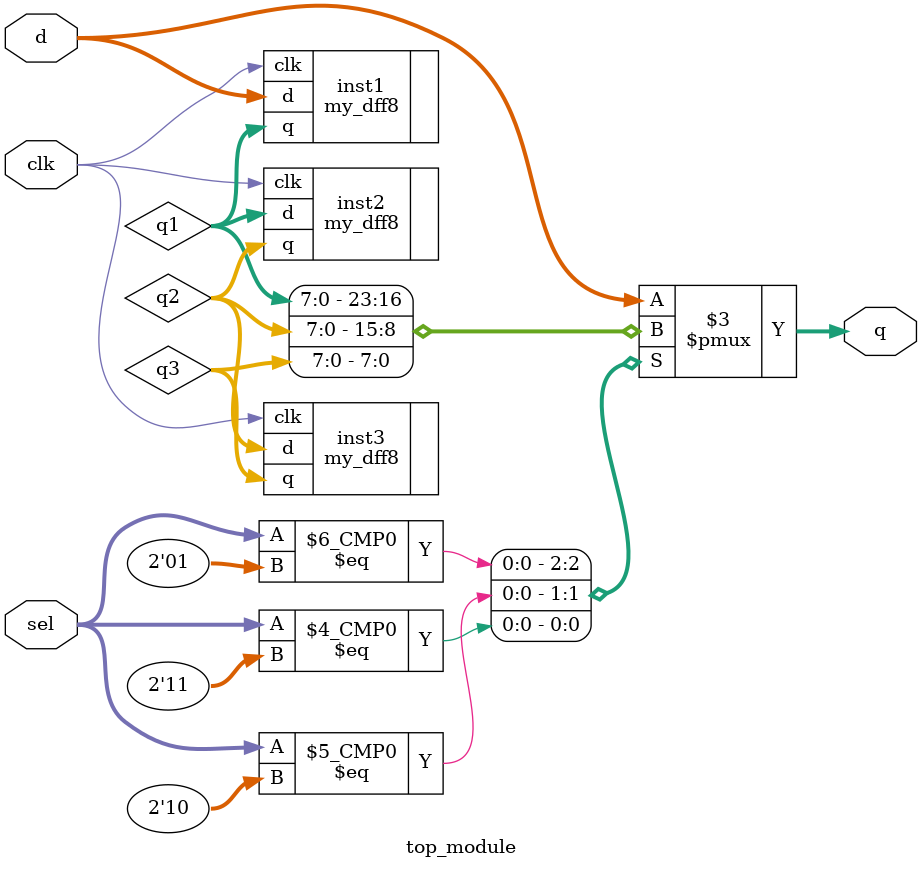
<source format=sv>
module top_module (
    input clk,
    input [7:0] d,
    input [1:0] sel,
    output [7:0] q
);

  wire [7:0] q1, q2, q3;

  my_dff8 inst1 (
      .clk(clk),
      .d  (d),
      .q  (q1)
  );
  my_dff8 inst2 (
      .clk(clk),
      .d  (q1),
      .q  (q2)
  );
  my_dff8 inst3 (
      .clk(clk),
      .d  (q2),
      .q  (q3)
  );

  always_comb begin : four_to_one_mux
    case (sel)
      2'h1: q = q1;
      2'h2: q = q2;
      2'h3: q = q3;
      default: q = d;
    endcase
  end

endmodule

</source>
